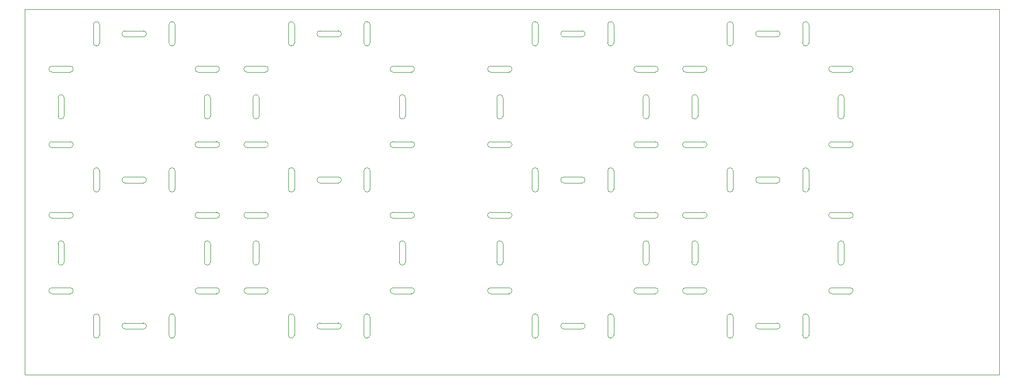
<source format=gbr>
%TF.GenerationSoftware,KiCad,Pcbnew,9.0.6-9.0.6~ubuntu24.04.1*%
%TF.CreationDate,2025-12-13T15:08:56+01:00*%
%TF.ProjectId,7_seg_led_tht_3mm,375f7365-675f-46c6-9564-5f7468745f33,1.0*%
%TF.SameCoordinates,Original*%
%TF.FileFunction,Profile,NP*%
%FSLAX46Y46*%
G04 Gerber Fmt 4.6, Leading zero omitted, Abs format (unit mm)*
G04 Created by KiCad (PCBNEW 9.0.6-9.0.6~ubuntu24.04.1) date 2025-12-13 15:08:56*
%MOMM*%
%LPD*%
G01*
G04 APERTURE LIST*
%TA.AperFunction,Profile*%
%ADD10C,0.050000*%
%TD*%
G04 APERTURE END LIST*
D10*
X208500004Y-79499932D02*
G75*
G02*
X209500004Y-79499932I500000J0D01*
G01*
X184500004Y-106499932D02*
X184500004Y-103499932D01*
X184500004Y-79499932D02*
G75*
G02*
X185500004Y-79499932I500000J0D01*
G01*
X195500004Y-117499932D02*
G75*
G02*
X195500004Y-116499932I0J500000D01*
G01*
X184500004Y-103499932D02*
G75*
G02*
X185500004Y-103499932I500000J0D01*
G01*
X209500004Y-106499932D02*
X209500004Y-103499932D01*
X185500004Y-82499932D02*
X185500004Y-79499932D01*
X184500004Y-82499932D02*
X184500004Y-79499932D01*
X209500004Y-82499932D02*
G75*
G02*
X208500004Y-82499932I-500000J0D01*
G01*
X208500004Y-103499932D02*
G75*
G02*
X209500004Y-103499932I500000J0D01*
G01*
X185500004Y-82499932D02*
G75*
G02*
X184500004Y-82499932I-500000J0D01*
G01*
X195500004Y-69499932D02*
X198500004Y-69499932D01*
X208500004Y-106499932D02*
X208500004Y-103499932D01*
X185500004Y-106499932D02*
X185500004Y-103499932D01*
X208500004Y-82499932D02*
X208500004Y-79499932D01*
X195500004Y-93499932D02*
G75*
G02*
X195500004Y-92499932I0J500000D01*
G01*
X195500004Y-93499932D02*
X198500004Y-93499932D01*
X198500004Y-92499932D02*
G75*
G02*
X198500004Y-93499932I0J-500000D01*
G01*
X198500004Y-68499932D02*
G75*
G02*
X198500004Y-69499932I0J-500000D01*
G01*
X209500004Y-82499932D02*
X209500004Y-79499932D01*
X195500004Y-117499932D02*
X198500004Y-117499932D01*
X195500004Y-116499932D02*
X198500004Y-116499932D01*
X209500004Y-106499932D02*
G75*
G02*
X208500004Y-106499932I-500000J0D01*
G01*
X195500004Y-68499932D02*
X198500004Y-68499932D01*
X198500004Y-116499932D02*
G75*
G02*
X198500004Y-117499932I0J-500000D01*
G01*
X195500004Y-69499932D02*
G75*
G02*
X195500004Y-68499932I0J500000D01*
G01*
X195500004Y-92499932D02*
X198500004Y-92499932D01*
X185500004Y-106499932D02*
G75*
G02*
X184500004Y-106499932I-500000J0D01*
G01*
X176500004Y-79499932D02*
G75*
G02*
X177500004Y-79499932I500000J0D01*
G01*
X152500004Y-106499932D02*
X152500004Y-103499932D01*
X152500004Y-79499932D02*
G75*
G02*
X153500004Y-79499932I500000J0D01*
G01*
X163500004Y-117499932D02*
G75*
G02*
X163500004Y-116499932I0J500000D01*
G01*
X152500004Y-103499932D02*
G75*
G02*
X153500004Y-103499932I500000J0D01*
G01*
X177500004Y-106499932D02*
X177500004Y-103499932D01*
X153500004Y-82499932D02*
X153500004Y-79499932D01*
X152500004Y-82499932D02*
X152500004Y-79499932D01*
X177500004Y-82499932D02*
G75*
G02*
X176500004Y-82499932I-500000J0D01*
G01*
X176500004Y-103499932D02*
G75*
G02*
X177500004Y-103499932I500000J0D01*
G01*
X153500004Y-82499932D02*
G75*
G02*
X152500004Y-82499932I-500000J0D01*
G01*
X163500004Y-69499932D02*
X166500004Y-69499932D01*
X176500004Y-106499932D02*
X176500004Y-103499932D01*
X153500004Y-106499932D02*
X153500004Y-103499932D01*
X176500004Y-82499932D02*
X176500004Y-79499932D01*
X163500004Y-93499932D02*
G75*
G02*
X163500004Y-92499932I0J500000D01*
G01*
X163500004Y-93499932D02*
X166500004Y-93499932D01*
X166500004Y-92499932D02*
G75*
G02*
X166500004Y-93499932I0J-500000D01*
G01*
X166500004Y-68499932D02*
G75*
G02*
X166500004Y-69499932I0J-500000D01*
G01*
X177500004Y-82499932D02*
X177500004Y-79499932D01*
X163500004Y-117499932D02*
X166500004Y-117499932D01*
X163500004Y-116499932D02*
X166500004Y-116499932D01*
X177500004Y-106499932D02*
G75*
G02*
X176500004Y-106499932I-500000J0D01*
G01*
X163500004Y-68499932D02*
X166500004Y-68499932D01*
X166500004Y-116499932D02*
G75*
G02*
X166500004Y-117499932I0J-500000D01*
G01*
X163500004Y-69499932D02*
G75*
G02*
X163500004Y-68499932I0J500000D01*
G01*
X163500004Y-92499932D02*
X166500004Y-92499932D01*
X153500004Y-106499932D02*
G75*
G02*
X152500004Y-106499932I-500000J0D01*
G01*
X136500004Y-79499932D02*
G75*
G02*
X137500004Y-79499932I500000J0D01*
G01*
X112500004Y-106499932D02*
X112500004Y-103499932D01*
X112500004Y-79499932D02*
G75*
G02*
X113500004Y-79499932I500000J0D01*
G01*
X123500004Y-117499932D02*
G75*
G02*
X123500004Y-116499932I0J500000D01*
G01*
X112500004Y-103499932D02*
G75*
G02*
X113500004Y-103499932I500000J0D01*
G01*
X137500004Y-106499932D02*
X137500004Y-103499932D01*
X113500004Y-82499932D02*
X113500004Y-79499932D01*
X112500004Y-82499932D02*
X112500004Y-79499932D01*
X137500004Y-82499932D02*
G75*
G02*
X136500004Y-82499932I-500000J0D01*
G01*
X136500004Y-103499932D02*
G75*
G02*
X137500004Y-103499932I500000J0D01*
G01*
X113500004Y-82499932D02*
G75*
G02*
X112500004Y-82499932I-500000J0D01*
G01*
X123500004Y-69499932D02*
X126500004Y-69499932D01*
X136500004Y-106499932D02*
X136500004Y-103499932D01*
X113500004Y-106499932D02*
X113500004Y-103499932D01*
X136500004Y-82499932D02*
X136500004Y-79499932D01*
X123500004Y-93499932D02*
G75*
G02*
X123500004Y-92499932I0J500000D01*
G01*
X123500004Y-93499932D02*
X126500004Y-93499932D01*
X126500004Y-92499932D02*
G75*
G02*
X126500004Y-93499932I0J-500000D01*
G01*
X126500004Y-68499932D02*
G75*
G02*
X126500004Y-69499932I0J-500000D01*
G01*
X137500004Y-82499932D02*
X137500004Y-79499932D01*
X123500004Y-117499932D02*
X126500004Y-117499932D01*
X123500004Y-116499932D02*
X126500004Y-116499932D01*
X137500004Y-106499932D02*
G75*
G02*
X136500004Y-106499932I-500000J0D01*
G01*
X123500004Y-68499932D02*
X126500004Y-68499932D01*
X126500004Y-116499932D02*
G75*
G02*
X126500004Y-117499932I0J-500000D01*
G01*
X123500004Y-69499932D02*
G75*
G02*
X123500004Y-68499932I0J500000D01*
G01*
X123500004Y-92499932D02*
X126500004Y-92499932D01*
X113500004Y-106499932D02*
G75*
G02*
X112500004Y-106499932I-500000J0D01*
G01*
X91500004Y-93499932D02*
X94500004Y-93499932D01*
X94500004Y-92499932D02*
G75*
G02*
X94500004Y-93499932I0J-500000D01*
G01*
X91500004Y-92499932D02*
X94500004Y-92499932D01*
X91500004Y-93499932D02*
G75*
G02*
X91500004Y-92499932I0J500000D01*
G01*
X105500004Y-82499932D02*
X105500004Y-79499932D01*
X104500004Y-79499932D02*
G75*
G02*
X105500004Y-79499932I500000J0D01*
G01*
X104500004Y-82499932D02*
X104500004Y-79499932D01*
X105500004Y-82499932D02*
G75*
G02*
X104500004Y-82499932I-500000J0D01*
G01*
X105500004Y-106499932D02*
X105500004Y-103499932D01*
X104500004Y-103499932D02*
G75*
G02*
X105500004Y-103499932I500000J0D01*
G01*
X104500004Y-106499932D02*
X104500004Y-103499932D01*
X105500004Y-106499932D02*
G75*
G02*
X104500004Y-106499932I-500000J0D01*
G01*
X91500004Y-117499932D02*
X94500004Y-117499932D01*
X94500004Y-116499932D02*
G75*
G02*
X94500004Y-117499932I0J-500000D01*
G01*
X91500004Y-116499932D02*
X94500004Y-116499932D01*
X91500004Y-117499932D02*
G75*
G02*
X91500004Y-116499932I0J500000D01*
G01*
X81500004Y-106499932D02*
X81500004Y-103499932D01*
X80500004Y-103499932D02*
G75*
G02*
X81500004Y-103499932I500000J0D01*
G01*
X80500004Y-106499932D02*
X80500004Y-103499932D01*
X81500004Y-106499932D02*
G75*
G02*
X80500004Y-106499932I-500000J0D01*
G01*
X81500004Y-82499932D02*
X81500004Y-79499932D01*
X80500004Y-79499932D02*
G75*
G02*
X81500004Y-79499932I500000J0D01*
G01*
X80500004Y-82499932D02*
X80500004Y-79499932D01*
X81500004Y-82499932D02*
G75*
G02*
X80500004Y-82499932I-500000J0D01*
G01*
X94500004Y-68499932D02*
G75*
G02*
X94500004Y-69499932I0J-500000D01*
G01*
X91500004Y-68499932D02*
X94500004Y-68499932D01*
X91500004Y-69499932D02*
X94500004Y-69499932D01*
X91500004Y-69499932D02*
G75*
G02*
X91500004Y-68499932I0J500000D01*
G01*
X138500000Y-110700000D02*
G75*
G02*
X138500000Y-111700000I0J-500000D01*
G01*
X186500000Y-74300000D02*
X183500000Y-74300000D01*
X151500000Y-99300000D02*
G75*
G02*
X151500000Y-98300000I0J500000D01*
G01*
X114500000Y-74300000D02*
G75*
G02*
X114500000Y-75300000I0J-500000D01*
G01*
X106500000Y-74300000D02*
X103500000Y-74300000D01*
X130700000Y-91500000D02*
X130700000Y-94500000D01*
X79500000Y-75300000D02*
G75*
G02*
X79500000Y-74300000I0J500000D01*
G01*
X103500000Y-75300000D02*
G75*
G02*
X103500000Y-74300000I0J500000D01*
G01*
X202700000Y-67500000D02*
G75*
G02*
X203700000Y-67500000I500000J0D01*
G01*
X118300000Y-67500000D02*
X118300000Y-70500000D01*
X118300000Y-115500000D02*
G75*
G02*
X119300000Y-115500000I500000J0D01*
G01*
X114500000Y-99300000D02*
X111500000Y-99300000D01*
X186500000Y-98300000D02*
X183500000Y-98300000D01*
X154500000Y-99300000D02*
X151500000Y-99300000D01*
X207500000Y-87700000D02*
X210500000Y-87700000D01*
X103500000Y-86700000D02*
X106500000Y-86700000D01*
X119300000Y-118500000D02*
G75*
G02*
X118300000Y-118500000I-500000J0D01*
G01*
X175500000Y-86700000D02*
X178500000Y-86700000D01*
X86300000Y-115500000D02*
X86300000Y-118500000D01*
X170700000Y-91500000D02*
G75*
G02*
X171700000Y-91500000I500000J0D01*
G01*
X82500000Y-74300000D02*
G75*
G02*
X82500000Y-75300000I0J-500000D01*
G01*
X111500000Y-75300000D02*
G75*
G02*
X111500000Y-74300000I0J500000D01*
G01*
X158300000Y-115500000D02*
X158300000Y-118500000D01*
X154500000Y-98300000D02*
G75*
G02*
X154500000Y-99300000I0J-500000D01*
G01*
X114500000Y-75300000D02*
X111500000Y-75300000D01*
X82500000Y-75300000D02*
X79500000Y-75300000D01*
X130700000Y-118500000D02*
X130700000Y-115500000D01*
X191300000Y-94500000D02*
X191300000Y-91500000D01*
X135500000Y-110700000D02*
X138500000Y-110700000D01*
X151500000Y-87700000D02*
G75*
G02*
X151500000Y-86700000I0J500000D01*
G01*
X210500000Y-74300000D02*
X207500000Y-74300000D01*
X114500000Y-86700000D02*
G75*
G02*
X114500000Y-87700000I0J-500000D01*
G01*
X106500000Y-98300000D02*
G75*
G02*
X106500000Y-99300000I0J-500000D01*
G01*
X111500000Y-110700000D02*
X114500000Y-110700000D01*
X203700000Y-118500000D02*
G75*
G02*
X202700000Y-118500000I-500000J0D01*
G01*
X99700000Y-94500000D02*
G75*
G02*
X98700000Y-94500000I-500000J0D01*
G01*
X86300000Y-67500000D02*
G75*
G02*
X87300000Y-67500000I500000J0D01*
G01*
X87300000Y-115500000D02*
X87300000Y-118500000D01*
X151500000Y-86700000D02*
X154500000Y-86700000D01*
X103500000Y-99300000D02*
G75*
G02*
X103500000Y-98300000I0J500000D01*
G01*
X135500000Y-99300000D02*
G75*
G02*
X135500000Y-98300000I0J500000D01*
G01*
X111500000Y-87700000D02*
X114500000Y-87700000D01*
X186500000Y-75300000D02*
X183500000Y-75300000D01*
X99700000Y-70500000D02*
X99700000Y-67500000D01*
X171700000Y-91500000D02*
X171700000Y-94500000D01*
X191300000Y-70500000D02*
G75*
G02*
X190300000Y-70500000I-500000J0D01*
G01*
X191300000Y-118500000D02*
G75*
G02*
X190300000Y-118500000I-500000J0D01*
G01*
X170700000Y-67500000D02*
G75*
G02*
X171700000Y-67500000I500000J0D01*
G01*
X82500000Y-99300000D02*
X79500000Y-99300000D01*
X190300000Y-115500000D02*
G75*
G02*
X191300000Y-115500000I500000J0D01*
G01*
X98700000Y-91500000D02*
G75*
G02*
X99700000Y-91500000I500000J0D01*
G01*
X135500000Y-75300000D02*
G75*
G02*
X135500000Y-74300000I0J500000D01*
G01*
X175500000Y-87700000D02*
X178500000Y-87700000D01*
X186500000Y-110700000D02*
G75*
G02*
X186500000Y-111700000I0J-500000D01*
G01*
X183500000Y-99300000D02*
G75*
G02*
X183500000Y-98300000I0J500000D01*
G01*
X114500000Y-110700000D02*
G75*
G02*
X114500000Y-111700000I0J-500000D01*
G01*
X186500000Y-74300000D02*
G75*
G02*
X186500000Y-75300000I0J-500000D01*
G01*
X207500000Y-110700000D02*
X210500000Y-110700000D01*
X191300000Y-94500000D02*
G75*
G02*
X190300000Y-94500000I-500000J0D01*
G01*
X75000000Y-65000000D02*
X235000000Y-65000000D01*
X235000000Y-125000000D01*
X75000000Y-125000000D01*
X75000000Y-65000000D01*
X82500000Y-98300000D02*
G75*
G02*
X82500000Y-99300000I0J-500000D01*
G01*
X183500000Y-111700000D02*
X186500000Y-111700000D01*
X131700000Y-70500000D02*
G75*
G02*
X130700000Y-70500000I-500000J0D01*
G01*
X86300000Y-67500000D02*
X86300000Y-70500000D01*
X138500000Y-98300000D02*
G75*
G02*
X138500000Y-99300000I0J-500000D01*
G01*
X119300000Y-94500000D02*
X119300000Y-91500000D01*
X190300000Y-67500000D02*
X190300000Y-70500000D01*
X186500000Y-98300000D02*
G75*
G02*
X186500000Y-99300000I0J-500000D01*
G01*
X186500000Y-86700000D02*
G75*
G02*
X186500000Y-87700000I0J-500000D01*
G01*
X178500000Y-98300000D02*
G75*
G02*
X178500000Y-99300000I0J-500000D01*
G01*
X191300000Y-115500000D02*
X191300000Y-118500000D01*
X183500000Y-87700000D02*
X186500000Y-87700000D01*
X135500000Y-87700000D02*
X138500000Y-87700000D01*
X203700000Y-70500000D02*
X203700000Y-67500000D01*
X178500000Y-110700000D02*
G75*
G02*
X178500000Y-111700000I0J-500000D01*
G01*
X130700000Y-70500000D02*
X130700000Y-67500000D01*
X158300000Y-91500000D02*
G75*
G02*
X159300000Y-91500000I500000J0D01*
G01*
X151500000Y-87700000D02*
X154500000Y-87700000D01*
X106500000Y-98300000D02*
X103500000Y-98300000D01*
X87300000Y-94500000D02*
X87300000Y-91500000D01*
X207500000Y-111700000D02*
X210500000Y-111700000D01*
X119300000Y-67500000D02*
X119300000Y-70500000D01*
X106500000Y-99300000D02*
X103500000Y-99300000D01*
X175500000Y-111700000D02*
X178500000Y-111700000D01*
X118300000Y-115500000D02*
X118300000Y-118500000D01*
X99700000Y-118500000D02*
X99700000Y-115500000D01*
X170700000Y-91500000D02*
X170700000Y-94500000D01*
X210500000Y-98300000D02*
G75*
G02*
X210500000Y-99300000I0J-500000D01*
G01*
X138500000Y-99300000D02*
X135500000Y-99300000D01*
X159300000Y-67500000D02*
X159300000Y-70500000D01*
X151500000Y-111700000D02*
G75*
G02*
X151500000Y-110700000I0J500000D01*
G01*
X135500000Y-87700000D02*
G75*
G02*
X135500000Y-86700000I0J500000D01*
G01*
X175500000Y-110700000D02*
X178500000Y-110700000D01*
X138500000Y-98300000D02*
X135500000Y-98300000D01*
X158300000Y-67500000D02*
G75*
G02*
X159300000Y-67500000I500000J0D01*
G01*
X135500000Y-86700000D02*
X138500000Y-86700000D01*
X114500000Y-74300000D02*
X111500000Y-74300000D01*
X203700000Y-94500000D02*
G75*
G02*
X202700000Y-94500000I-500000J0D01*
G01*
X178500000Y-74300000D02*
X175500000Y-74300000D01*
X158300000Y-67500000D02*
X158300000Y-70500000D01*
X131700000Y-94500000D02*
G75*
G02*
X130700000Y-94500000I-500000J0D01*
G01*
X138500000Y-86700000D02*
G75*
G02*
X138500000Y-87700000I0J-500000D01*
G01*
X131700000Y-70500000D02*
X131700000Y-67500000D01*
X207500000Y-87700000D02*
G75*
G02*
X207500000Y-86700000I0J500000D01*
G01*
X202700000Y-91500000D02*
G75*
G02*
X203700000Y-91500000I500000J0D01*
G01*
X159300000Y-94500000D02*
X159300000Y-91500000D01*
X82500000Y-98300000D02*
X79500000Y-98300000D01*
X79500000Y-87700000D02*
X82500000Y-87700000D01*
X171700000Y-94500000D02*
G75*
G02*
X170700000Y-94500000I-500000J0D01*
G01*
X202700000Y-118500000D02*
X202700000Y-115500000D01*
X103500000Y-111700000D02*
X106500000Y-111700000D01*
X186500000Y-99300000D02*
X183500000Y-99300000D01*
X210500000Y-99300000D02*
X207500000Y-99300000D01*
X190300000Y-115500000D02*
X190300000Y-118500000D01*
X175500000Y-75300000D02*
G75*
G02*
X175500000Y-74300000I0J500000D01*
G01*
X170700000Y-118500000D02*
X170700000Y-115500000D01*
X130700000Y-91500000D02*
G75*
G02*
X131700000Y-91500000I500000J0D01*
G01*
X130700000Y-67500000D02*
G75*
G02*
X131700000Y-67500000I500000J0D01*
G01*
X138500000Y-74300000D02*
G75*
G02*
X138500000Y-75300000I0J-500000D01*
G01*
X158300000Y-115500000D02*
G75*
G02*
X159300000Y-115500000I500000J0D01*
G01*
X86300000Y-115500000D02*
G75*
G02*
X87300000Y-115500000I500000J0D01*
G01*
X79500000Y-87700000D02*
G75*
G02*
X79500000Y-86700000I0J500000D01*
G01*
X191300000Y-67500000D02*
X191300000Y-70500000D01*
X82500000Y-110700000D02*
G75*
G02*
X82500000Y-111700000I0J-500000D01*
G01*
X106500000Y-110700000D02*
G75*
G02*
X106500000Y-111700000I0J-500000D01*
G01*
X138500000Y-74300000D02*
X135500000Y-74300000D01*
X87300000Y-67500000D02*
X87300000Y-70500000D01*
X98700000Y-67500000D02*
G75*
G02*
X99700000Y-67500000I500000J0D01*
G01*
X183500000Y-87700000D02*
G75*
G02*
X183500000Y-86700000I0J500000D01*
G01*
X79500000Y-86700000D02*
X82500000Y-86700000D01*
X106500000Y-75300000D02*
X103500000Y-75300000D01*
X207500000Y-99300000D02*
G75*
G02*
X207500000Y-98300000I0J500000D01*
G01*
X159300000Y-118500000D02*
G75*
G02*
X158300000Y-118500000I-500000J0D01*
G01*
X178500000Y-74300000D02*
G75*
G02*
X178500000Y-75300000I0J-500000D01*
G01*
X154500000Y-74300000D02*
X151500000Y-74300000D01*
X98700000Y-118500000D02*
X98700000Y-115500000D01*
X135500000Y-111700000D02*
X138500000Y-111700000D01*
X207500000Y-86700000D02*
X210500000Y-86700000D01*
X183500000Y-75300000D02*
G75*
G02*
X183500000Y-74300000I0J500000D01*
G01*
X207500000Y-75300000D02*
G75*
G02*
X207500000Y-74300000I0J500000D01*
G01*
X114500000Y-98300000D02*
G75*
G02*
X114500000Y-99300000I0J-500000D01*
G01*
X154500000Y-86700000D02*
G75*
G02*
X154500000Y-87700000I0J-500000D01*
G01*
X98700000Y-115500000D02*
G75*
G02*
X99700000Y-115500000I500000J0D01*
G01*
X159300000Y-115500000D02*
X159300000Y-118500000D01*
X154500000Y-75300000D02*
X151500000Y-75300000D01*
X151500000Y-111700000D02*
X154500000Y-111700000D01*
X178500000Y-86700000D02*
G75*
G02*
X178500000Y-87700000I0J-500000D01*
G01*
X111500000Y-86700000D02*
X114500000Y-86700000D01*
X79500000Y-99300000D02*
G75*
G02*
X79500000Y-98300000I0J500000D01*
G01*
X190300000Y-94500000D02*
X190300000Y-91500000D01*
X154500000Y-98300000D02*
X151500000Y-98300000D01*
X170700000Y-115500000D02*
G75*
G02*
X171700000Y-115500000I500000J0D01*
G01*
X190300000Y-67500000D02*
G75*
G02*
X191300000Y-67500000I500000J0D01*
G01*
X202700000Y-70500000D02*
X202700000Y-67500000D01*
X103500000Y-87700000D02*
G75*
G02*
X103500000Y-86700000I0J500000D01*
G01*
X171700000Y-118500000D02*
G75*
G02*
X170700000Y-118500000I-500000J0D01*
G01*
X202700000Y-115500000D02*
G75*
G02*
X203700000Y-115500000I500000J0D01*
G01*
X99700000Y-91500000D02*
X99700000Y-94500000D01*
X183500000Y-111700000D02*
G75*
G02*
X183500000Y-110700000I0J500000D01*
G01*
X118300000Y-67500000D02*
G75*
G02*
X119300000Y-67500000I500000J0D01*
G01*
X111500000Y-99300000D02*
G75*
G02*
X111500000Y-98300000I0J500000D01*
G01*
X154500000Y-110700000D02*
G75*
G02*
X154500000Y-111700000I0J-500000D01*
G01*
X210500000Y-86700000D02*
G75*
G02*
X210500000Y-87700000I0J-500000D01*
G01*
X130700000Y-115500000D02*
G75*
G02*
X131700000Y-115500000I500000J0D01*
G01*
X151500000Y-110700000D02*
X154500000Y-110700000D01*
X131700000Y-118500000D02*
G75*
G02*
X130700000Y-118500000I-500000J0D01*
G01*
X210500000Y-75300000D02*
X207500000Y-75300000D01*
X98700000Y-70500000D02*
X98700000Y-67500000D01*
X103500000Y-87700000D02*
X106500000Y-87700000D01*
X86300000Y-91500000D02*
G75*
G02*
X87300000Y-91500000I500000J0D01*
G01*
X87300000Y-118500000D02*
G75*
G02*
X86300000Y-118500000I-500000J0D01*
G01*
X118300000Y-91500000D02*
G75*
G02*
X119300000Y-91500000I500000J0D01*
G01*
X178500000Y-99300000D02*
X175500000Y-99300000D01*
X111500000Y-87700000D02*
G75*
G02*
X111500000Y-86700000I0J500000D01*
G01*
X183500000Y-86700000D02*
X186500000Y-86700000D01*
X170700000Y-70500000D02*
X170700000Y-67500000D01*
X159300000Y-94500000D02*
G75*
G02*
X158300000Y-94500000I-500000J0D01*
G01*
X79500000Y-110700000D02*
X82500000Y-110700000D01*
X183500000Y-110700000D02*
X186500000Y-110700000D01*
X119300000Y-115500000D02*
X119300000Y-118500000D01*
X135500000Y-111700000D02*
G75*
G02*
X135500000Y-110700000I0J500000D01*
G01*
X82500000Y-86700000D02*
G75*
G02*
X82500000Y-87700000I0J-500000D01*
G01*
X118300000Y-94500000D02*
X118300000Y-91500000D01*
X178500000Y-98300000D02*
X175500000Y-98300000D01*
X111500000Y-111700000D02*
G75*
G02*
X111500000Y-110700000I0J500000D01*
G01*
X171700000Y-70500000D02*
G75*
G02*
X170700000Y-70500000I-500000J0D01*
G01*
X210500000Y-110700000D02*
G75*
G02*
X210500000Y-111700000I0J-500000D01*
G01*
X79500000Y-111700000D02*
G75*
G02*
X79500000Y-110700000I0J500000D01*
G01*
X171700000Y-118500000D02*
X171700000Y-115500000D01*
X87300000Y-94500000D02*
G75*
G02*
X86300000Y-94500000I-500000J0D01*
G01*
X119300000Y-70500000D02*
G75*
G02*
X118300000Y-70500000I-500000J0D01*
G01*
X203700000Y-118500000D02*
X203700000Y-115500000D01*
X111500000Y-111700000D02*
X114500000Y-111700000D01*
X99700000Y-70500000D02*
G75*
G02*
X98700000Y-70500000I-500000J0D01*
G01*
X158300000Y-94500000D02*
X158300000Y-91500000D01*
X210500000Y-98300000D02*
X207500000Y-98300000D01*
X210500000Y-74300000D02*
G75*
G02*
X210500000Y-75300000I0J-500000D01*
G01*
X82500000Y-74300000D02*
X79500000Y-74300000D01*
X131700000Y-118500000D02*
X131700000Y-115500000D01*
X86300000Y-94500000D02*
X86300000Y-91500000D01*
X202700000Y-91500000D02*
X202700000Y-94500000D01*
X175500000Y-111700000D02*
G75*
G02*
X175500000Y-110700000I0J500000D01*
G01*
X159300000Y-70500000D02*
G75*
G02*
X158300000Y-70500000I-500000J0D01*
G01*
X87300000Y-70500000D02*
G75*
G02*
X86300000Y-70500000I-500000J0D01*
G01*
X203700000Y-70500000D02*
G75*
G02*
X202700000Y-70500000I-500000J0D01*
G01*
X99700000Y-118500000D02*
G75*
G02*
X98700000Y-118500000I-500000J0D01*
G01*
X138500000Y-75300000D02*
X135500000Y-75300000D01*
X98700000Y-91500000D02*
X98700000Y-94500000D01*
X190300000Y-91500000D02*
G75*
G02*
X191300000Y-91500000I500000J0D01*
G01*
X114500000Y-98300000D02*
X111500000Y-98300000D01*
X151500000Y-75300000D02*
G75*
G02*
X151500000Y-74300000I0J500000D01*
G01*
X106500000Y-86700000D02*
G75*
G02*
X106500000Y-87700000I0J-500000D01*
G01*
X106500000Y-74300000D02*
G75*
G02*
X106500000Y-75300000I0J-500000D01*
G01*
X171700000Y-70500000D02*
X171700000Y-67500000D01*
X178500000Y-75300000D02*
X175500000Y-75300000D01*
X175500000Y-87700000D02*
G75*
G02*
X175500000Y-86700000I0J500000D01*
G01*
X103500000Y-111700000D02*
G75*
G02*
X103500000Y-110700000I0J500000D01*
G01*
X79500000Y-111700000D02*
X82500000Y-111700000D01*
X203700000Y-91500000D02*
X203700000Y-94500000D01*
X207500000Y-111700000D02*
G75*
G02*
X207500000Y-110700000I0J500000D01*
G01*
X103500000Y-110700000D02*
X106500000Y-110700000D01*
X119300000Y-94500000D02*
G75*
G02*
X118300000Y-94500000I-500000J0D01*
G01*
X175500000Y-99300000D02*
G75*
G02*
X175500000Y-98300000I0J500000D01*
G01*
X154500000Y-74300000D02*
G75*
G02*
X154500000Y-75300000I0J-500000D01*
G01*
X131700000Y-91500000D02*
X131700000Y-94500000D01*
M02*

</source>
